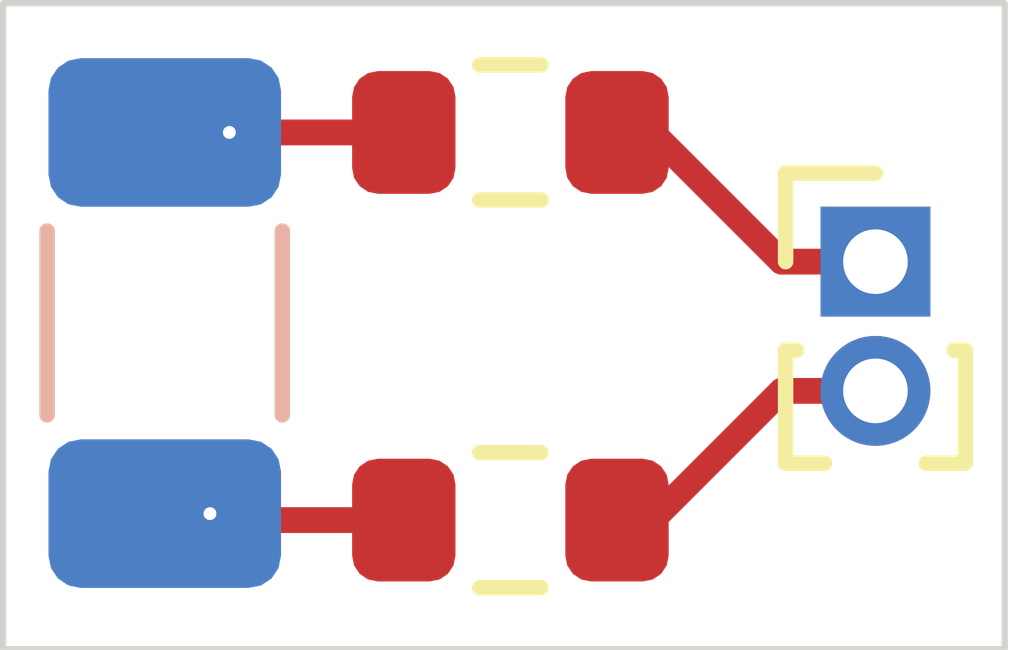
<source format=kicad_pcb>
(kicad_pcb (version 20240108) (generator "pcbnew") (generator_version "8.0")
  (layers (0 "F.Cu" signal) (31 "B.Cu" signal) (34 "B.Paste" user) (35 "F.Paste" user) (36 "B.SilkS" user "B.Silkscreen") (37 "F.SilkS" user "F.Silkscreen") (38 "B.Mask" user) (39 "F.Mask" user) (44 "Edge.Cuts" user))
  (net 0 "")
  (net 1 "Net-(C1-Pad2)")
  (net 2 "Net-(C1-Pad1)")
  (net 3 "VCC")
  (net 4 "GND")
  (footprint "Connector_PinHeader_1.00mm:PinHeader_1x02_P1.00mm_Vertical" (layer "F.Cu") (at 157 87)
    (property "Reference" "V1" (hide yes))
    (property "Value" "5" (hide yes))
    (fp_line (start -0.695 -0.685) (end 0 -0.685) (stroke (width 0.12)) (layer "F.SilkS"))
    (fp_line (start -0.695 0) (end -0.695 -0.685) (stroke (width 0.12)) (layer "F.SilkS"))
    (fp_line (start -0.695 0.685) (end -0.695 1.56) (stroke (width 0.12)) (layer "F.SilkS"))
    (fp_line (start -0.695 0.685) (end -0.608276 0.685) (stroke (width 0.12)) (layer "F.SilkS"))
    (fp_line (start -0.695 1.56) (end -0.394493 1.56) (stroke (width 0.12)) (layer "F.SilkS"))
    (fp_line (start 0.394493 1.56) (end 0.695 1.56) (stroke (width 0.12)) (layer "F.SilkS"))
    (fp_line (start 0.608276 0.685) (end 0.695 0.685) (stroke (width 0.12)) (layer "F.SilkS"))
    (fp_line (start 0.695 0.685) (end 0.695 1.56) (stroke (width 0.12)) (layer "F.SilkS"))
    (pad "1" thru_hole rect (at 0 0) (size 0.85 0.85) (drill 0.5) (layers "*.Cu" "*.Mask") (net 3 "VCC"))
    (pad "2" thru_hole oval (at 0 1) (size 0.85 0.85) (drill 0.5) (layers "*.Cu" "*.Mask") (net 4 "GND"))
  )
  (footprint "Resistor_SMD:R_0603_1608Metric" (layer "F.Cu") (at 154.175 86 180)
    (property "Reference" "R1" (hide yes))
    (property "Value" "3k" (hide yes))
    (fp_line (start -0.237258 0.5225) (end 0.237258 0.5225) (stroke (width 0.12)) (layer "F.SilkS"))
    (fp_line (start -0.237258 -0.5225) (end 0.237258 -0.5225) (stroke (width 0.12)) (layer "F.SilkS"))
    (pad "1" smd roundrect (at -0.825 0 180) (size 0.8 0.95) (layers "F.Cu" "F.Paste" "F.Mask") (net 3 "VCC"))
    (pad "2" smd roundrect (at 0.825 0 180) (size 0.8 0.95) (layers "F.Cu" "F.Paste" "F.Mask") (net 2 "Net-(C1-Pad1)"))
  )
  (footprint "Resistor_SMD:R_0603_1608Metric" (layer "F.Cu") (at 154.175 89)
    (property "Reference" "R2" (hide yes))
    (property "Value" "2k" (hide yes))
    (fp_line (start -0.237258 -0.5225) (end 0.237258 -0.5225) (stroke (width 0.12)) (layer "F.SilkS"))
    (fp_line (start -0.237258 0.5225) (end 0.237258 0.5225) (stroke (width 0.12)) (layer "F.SilkS"))
    (pad "1" smd roundrect (at -0.825 0) (size 0.8 0.95) (layers "F.Cu" "F.Paste" "F.Mask") (net 1 "Net-(C1-Pad2)"))
    (pad "2" smd roundrect (at 0.825 0) (size 0.8 0.95) (layers "F.Cu" "F.Paste" "F.Mask") (net 4 "GND"))
  )
  (footprint "Capacitor_SMD:C_1206_3216Metric" (layer "B.Cu") (at 151.5 87.475 -90)
    (property "Reference" "C1" (hide yes))
    (property "Value" "470nF" (hide yes))
    (fp_line (start 0.711252 0.91) (end -0.711252 0.91) (stroke (width 0.12)) (layer "B.SilkS"))
    (fp_line (start 0.711252 -0.91) (end -0.711252 -0.91) (stroke (width 0.12)) (layer "B.SilkS"))
    (pad "1" smd roundrect (at -1.475 0 270) (size 1.15 1.8) (layers "B.Cu" "B.Paste" "B.Mask") (roundrect_rratio 0.217391) (net 2 "Net-(C1-Pad1)"))
    (pad "2" smd roundrect (at 1.475 0 270) (size 1.15 1.8) (layers "B.Cu" "B.Paste" "B.Mask") (roundrect_rratio 0.217391) (net 1 "Net-(C1-Pad2)"))
  )
  (gr_rect (start 150.25 85) (end 158 90) (stroke (width 0.05)) (fill none) (layer "Edge.Cuts"))
  (segment (start 151.5 88.975) (end 151.5 86.025) (width 0) (layer "F.Cu") (net 0))
  (segment (start 151.9 89) (end 151.85 88.95) (width 0.2) (layer "F.Cu") (net 1))
  (segment (start 153.35 89) (end 151.9 89) (width 0.2) (layer "F.Cu") (net 1))
  (via micro (at 151.85 88.95) (size 0.3) (drill 0.1) (layers "F.Cu" "B.Cu") (net 1))
  (segment (start 153.35 86) (end 152 86) (width 0.2) (layer "F.Cu") (net 2))
  (via micro (at 152 86) (size 0.3) (drill 0.1) (layers "F.Cu" "B.Cu") (net 2))
  (segment (start 157 87) (end 156.273 87) (width 0.2) (layer "F.Cu") (net 3))
  (segment (start 156.273 87) (end 155.273 86) (width 0.2) (layer "F.Cu") (net 3))
  (segment (start 155.273 86) (end 155 86) (width 0.2) (layer "F.Cu") (net 3))
  (segment (start 157 88) (end 156.273 88) (width 0.2) (layer "F.Cu") (net 4))
  (segment (start 156.273 88) (end 155.273 89) (width 0.2) (layer "F.Cu") (net 4))
  (segment (start 155.273 89) (end 155 89) (width 0.2) (layer "F.Cu") (net 4))
)
</source>
